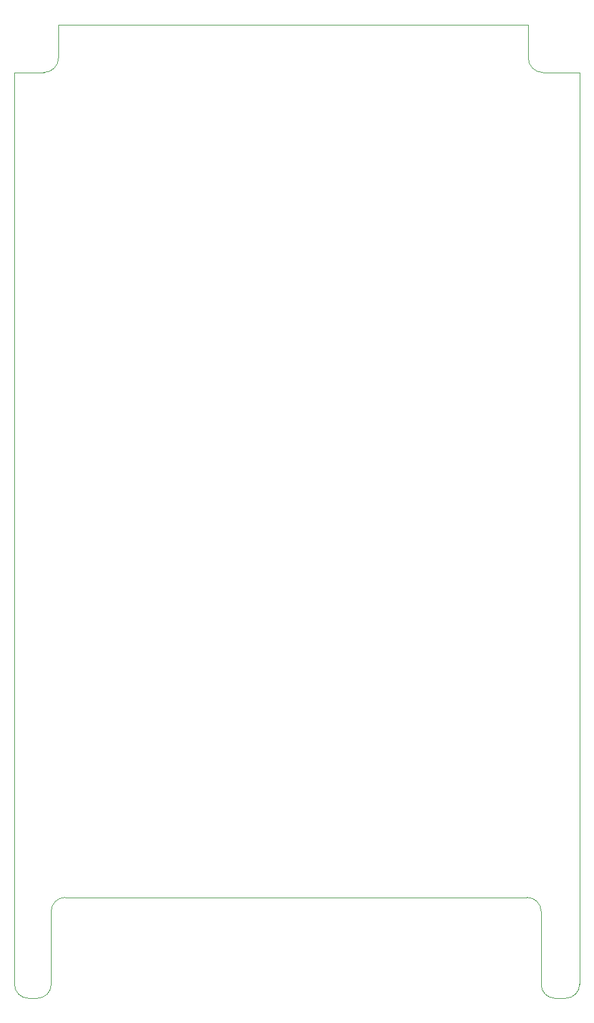
<source format=gbr>
G04 #@! TF.GenerationSoftware,KiCad,Pcbnew,(5.1.2)-1*
G04 #@! TF.CreationDate,2019-11-10T15:37:20+00:00*
G04 #@! TF.ProjectId,Keypad,4b657970-6164-42e6-9b69-6361645f7063,1*
G04 #@! TF.SameCoordinates,Original*
G04 #@! TF.FileFunction,Profile,NP*
%FSLAX46Y46*%
G04 Gerber Fmt 4.6, Leading zero omitted, Abs format (unit mm)*
G04 Created by KiCad (PCBNEW (5.1.2)-1) date 2019-11-10 15:37:20*
%MOMM*%
%LPD*%
G04 APERTURE LIST*
%ADD10C,0.100000*%
G04 APERTURE END LIST*
D10*
X184658000Y-168275000D02*
X186095000Y-168275000D01*
X182753000Y-156413200D02*
X182753000Y-166370000D01*
X117906800Y-154508200D02*
X180848000Y-154508200D01*
X116005000Y-166370000D02*
X116001800Y-156413200D01*
X112905000Y-168275000D02*
X114100000Y-168275000D01*
X180848000Y-154508200D02*
G75*
G02X182753000Y-156413200I0J-1905000D01*
G01*
X116001800Y-156413200D02*
G75*
G02X117906800Y-154508200I1905000J0D01*
G01*
X184658000Y-168275000D02*
G75*
G02X182753000Y-166370000I0J1905000D01*
G01*
X116005000Y-166370000D02*
G75*
G02X114100000Y-168275000I-1905000J0D01*
G01*
X183000000Y-42000000D02*
G75*
G02X181000000Y-40000000I0J2000000D01*
G01*
X188000000Y-42000000D02*
X183000000Y-42000000D01*
X181000000Y-35500000D02*
X181000000Y-40000000D01*
X117000000Y-40000000D02*
G75*
G02X115000000Y-42000000I-2000000J0D01*
G01*
X117000000Y-40000000D02*
X117000000Y-35500000D01*
X111000000Y-42000000D02*
X115000000Y-42000000D01*
X188000000Y-166370000D02*
G75*
G02X186095000Y-168275000I-1905000J0D01*
G01*
X112905000Y-168275000D02*
G75*
G02X111000000Y-166370000I0J1905000D01*
G01*
X111000000Y-166370000D02*
X111000000Y-42000000D01*
X188000000Y-42000000D02*
X188000000Y-166370000D01*
X117000000Y-35500000D02*
X181000000Y-35500000D01*
M02*

</source>
